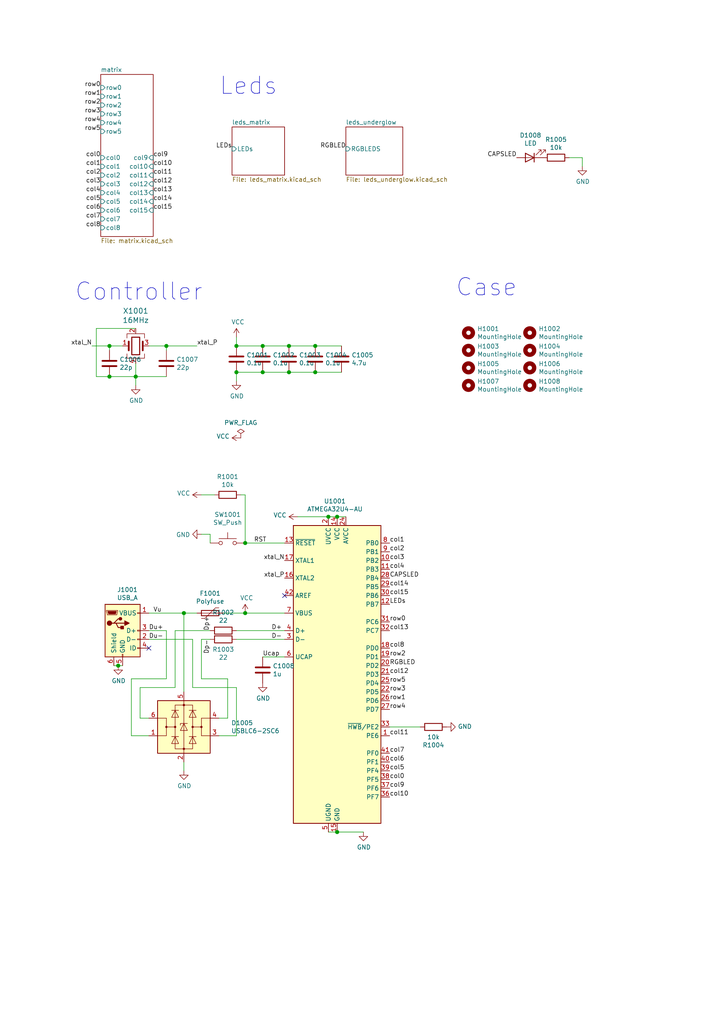
<source format=kicad_sch>
(kicad_sch (version 20211123) (generator eeschema)
  (paper "A4" portrait)
  (title_block (title "ValKey") (date "2019-08-16") (rev "0.2"))
  (lib_symbols
    (symbol "Connector:USB_B_Micro" (pin_names (offset 1.016))
      (property "Reference" "J" (at -5.08 11.43 0))
      (property "Value" "USB_B_Micro" (at -5.08 8.89 0))
      (symbol "USB_B_Micro_0_1"
        (rectangle (start -5.08 -7.62) (end 5.08 7.62) (stroke (width 0.254)) (fill (type background)))
        (circle (center -3.81 2.159) (radius 0.635) (stroke (width 0.254)) (fill (type outline)))
        (circle (center -0.635 3.429) (radius 0.381) (stroke (width 0.254)) (fill (type outline)))
        (rectangle (start -0.127 -7.62) (end 0.127 -6.858))
        (polyline (pts (xy -1.905 2.159) (xy 0.635 2.159)) (stroke (width 0.254)))
        (polyline (pts (xy -3.175 2.159) (xy -2.54 2.159) (xy -1.27 3.429) (xy -0.635 3.429)) (stroke (width 0.254)))
        (polyline (pts (xy -2.54 2.159) (xy -1.905 2.159) (xy -1.27 0.889) (xy 0 0.889)) (stroke (width 0.254)))
        (polyline (pts (xy 0.635 2.794) (xy 0.635 1.524) (xy 1.905 2.159) (xy 0.635 2.794)) (stroke (width 0.254)) (fill (type outline)))
        (polyline (pts (xy -4.318 5.588) (xy -1.778 5.588) (xy -2.032 4.826) (xy -4.064 4.826) (xy -4.318 5.588)) (fill (type outline)))
        (polyline (pts (xy -4.699 5.842) (xy -4.699 5.588) (xy -4.445 4.826) (xy -4.445 4.572) (xy -1.651 4.572) (xy -1.651 4.826) (xy -1.397 5.588) (xy -1.397 5.842) (xy -4.699 5.842)))
        (rectangle (start 0.254 1.27) (end -0.508 0.508) (stroke (width 0.254)) (fill (type outline)))
        (rectangle (start 5.08 -5.207) (end 4.318 -4.953))
        (rectangle (start 5.08 -2.667) (end 4.318 -2.413))
        (rectangle (start 5.08 -0.127) (end 4.318 0.127))
        (rectangle (start 5.08 4.953) (end 4.318 5.207))
      )
      (symbol "USB_B_Micro_1_1"
        (pin power_out line (at 7.62 5.08 180) (length 2.54) (name "VBUS") (number "1"))
        (pin bidirectional line (at 7.62 -2.54 180) (length 2.54) (name "D-") (number "2"))
        (pin bidirectional line (at 7.62 0 180) (length 2.54) (name "D+") (number "3"))
        (pin passive line (at 7.62 -5.08 180) (length 2.54) (name "ID") (number "4"))
        (pin power_out line (at 0 -10.16 90) (length 2.54) (name "GND") (number "5"))
        (pin passive line (at -2.54 -10.16 90) (length 2.54) (name "Shield") (number "6"))
      )
    )
    (symbol "Device:C" (pin_numbers hide) (pin_names (offset 0.254))
      (property "Reference" "C" (at 0.635 2.54 0))
      (property "Value" "C" (at 0.635 -2.54 0))
      (symbol "C_0_1"
        (polyline (pts (xy -2.032 -0.762) (xy 2.032 -0.762)) (stroke (width 0.508)))
        (polyline (pts (xy -2.032 0.762) (xy 2.032 0.762)) (stroke (width 0.508)))
      )
      (symbol "C_1_1"
        (pin passive line (at 0 3.81 270) (length 2.794) (name "~") (number "1"))
        (pin passive line (at 0 -3.81 90) (length 2.794) (name "~") (number "2"))
      )
    )
    (symbol "Device:Crystal_GND24" (pin_names (offset 1.016) hide)
      (property "Reference" "Y" (at 3.175 5.08 0))
      (property "Value" "Crystal_GND24" (at 3.175 3.175 0))
      (symbol "Crystal_GND24_0_1"
        (rectangle (start -1.143 2.54) (end 1.143 -2.54) (stroke (width 0.3048)))
        (polyline (pts (xy -2.54 0) (xy -2.032 0)))
        (polyline (pts (xy -2.032 -1.27) (xy -2.032 1.27)) (stroke (width 0.508)))
        (polyline (pts (xy 0 -3.81) (xy 0 -3.556)))
        (polyline (pts (xy 0 3.556) (xy 0 3.81)))
        (polyline (pts (xy 2.032 -1.27) (xy 2.032 1.27)) (stroke (width 0.508)))
        (polyline (pts (xy 2.032 0) (xy 2.54 0)))
        (polyline (pts (xy -2.54 -2.286) (xy -2.54 -3.556) (xy 2.54 -3.556) (xy 2.54 -2.286)))
        (polyline (pts (xy -2.54 2.286) (xy -2.54 3.556) (xy 2.54 3.556) (xy 2.54 2.286)))
      )
      (symbol "Crystal_GND24_1_1"
        (pin passive line (at -3.81 0 0) (length 1.27) (name "1") (number "1"))
        (pin passive line (at 0 5.08 270) (length 1.27) (name "2") (number "2"))
        (pin passive line (at 3.81 0 180) (length 1.27) (name "3") (number "3"))
        (pin passive line (at 0 -5.08 90) (length 1.27) (name "4") (number "4"))
      )
    )
    (symbol "Device:LED" (pin_numbers hide) (pin_names (offset 1.016) hide)
      (property "Reference" "D" (at 0 2.54 0))
      (property "Value" "LED" (at 0 -2.54 0))
      (symbol "LED_0_1"
        (polyline (pts (xy -1.27 -1.27) (xy -1.27 1.27)) (stroke (width 0.254)))
        (polyline (pts (xy -1.27 0) (xy 1.27 0)))
        (polyline (pts (xy 1.27 -1.27) (xy 1.27 1.27) (xy -1.27 0) (xy 1.27 -1.27)) (stroke (width 0.254)))
        (polyline (pts (xy -3.048 -0.762) (xy -4.572 -2.286) (xy -3.81 -2.286) (xy -4.572 -2.286) (xy -4.572 -1.524)))
        (polyline (pts (xy -1.778 -0.762) (xy -3.302 -2.286) (xy -2.54 -2.286) (xy -3.302 -2.286) (xy -3.302 -1.524)))
      )
      (symbol "LED_1_1"
        (pin passive line (at -3.81 0 0) (length 2.54) (name "K") (number "1"))
        (pin passive line (at 3.81 0 180) (length 2.54) (name "A") (number "2"))
      )
    )
    (symbol "Device:Polyfuse" (pin_numbers hide) (pin_names (offset 0))
      (property "Reference" "F" (at -2.54 0 90))
      (property "Value" "Polyfuse" (at 2.54 0 90))
      (symbol "Polyfuse_0_1"
        (rectangle (start -0.762 2.54) (end 0.762 -2.54) (stroke (width 0.254)))
        (polyline (pts (xy 0 2.54) (xy 0 -2.54)))
        (polyline (pts (xy -1.524 2.54) (xy -1.524 1.524) (xy 1.524 -1.524) (xy 1.524 -2.54)))
      )
      (symbol "Polyfuse_1_1"
        (pin passive line (at 0 3.81 270) (length 1.27) (name "~") (number "1"))
        (pin passive line (at 0 -3.81 90) (length 1.27) (name "~") (number "2"))
      )
    )
    (symbol "Device:R" (pin_numbers hide) (pin_names (offset 0))
      (property "Reference" "R" (at 2.032 0 90))
      (property "Value" "R" (at 0 0 90))
      (symbol "R_0_1"
        (rectangle (start -1.016 -2.54) (end 1.016 2.54) (stroke (width 0.254)))
      )
      (symbol "R_1_1"
        (pin passive line (at 0 3.81 270) (length 1.27) (name "~") (number "1"))
        (pin passive line (at 0 -3.81 90) (length 1.27) (name "~") (number "2"))
      )
    )
    (symbol "MCU_Microchip_ATmega:ATmega32U4-A"
      (property "Reference" "U" (at -12.7 44.45 0))
      (property "Value" "ATmega32U4-A" (at 2.54 -44.45 0))
      (symbol "ATmega32U4-A_0_1"
        (rectangle (start -12.7 -43.18) (end 12.7 43.18) (stroke (width 0.254)) (fill (type background)))
      )
      (symbol "ATmega32U4-A_1_1"
        (pin bidirectional line (at 15.24 -17.78 180) (length 2.54) (name "PE6") (number "1"))
        (pin bidirectional line (at 15.24 33.02 180) (length 2.54) (name "PB2") (number "10"))
        (pin bidirectional line (at 15.24 30.48 180) (length 2.54) (name "PB3") (number "11"))
        (pin bidirectional line (at 15.24 20.32 180) (length 2.54) (name "PB7") (number "12"))
        (pin input line (at -15.24 38.1 0) (length 2.54) (name "~{RESET}") (number "13"))
        (pin power_in line (at 0 45.72 270) (length 2.54) (name "VCC") (number "14"))
        (pin power_in line (at 0 -45.72 90) (length 2.54) (name "GND") (number "15"))
        (pin output line (at -15.24 27.94 0) (length 2.54) (name "XTAL2") (number "16"))
        (pin input line (at -15.24 33.02 0) (length 2.54) (name "XTAL1") (number "17"))
        (pin bidirectional line (at 15.24 7.62 180) (length 2.54) (name "PD0") (number "18"))
        (pin bidirectional line (at 15.24 5.08 180) (length 2.54) (name "PD1") (number "19"))
        (pin power_in line (at -2.54 45.72 270) (length 2.54) (name "UVCC") (number "2"))
        (pin bidirectional line (at 15.24 2.54 180) (length 2.54) (name "PD2") (number "20"))
        (pin bidirectional line (at 15.24 0 180) (length 2.54) (name "PD3") (number "21"))
        (pin bidirectional line (at 15.24 -5.08 180) (length 2.54) (name "PD5") (number "22"))
        (pin passive line (at 0 -45.72 90) (length 2.54) hide (name "GND") (number "23"))
        (pin power_in line (at 2.54 45.72 270) (length 2.54) (name "AVCC") (number "24"))
        (pin bidirectional line (at 15.24 -2.54 180) (length 2.54) (name "PD4") (number "25"))
        (pin bidirectional line (at 15.24 -7.62 180) (length 2.54) (name "PD6") (number "26"))
        (pin bidirectional line (at 15.24 -10.16 180) (length 2.54) (name "PD7") (number "27"))
        (pin bidirectional line (at 15.24 27.94 180) (length 2.54) (name "PB4") (number "28"))
        (pin bidirectional line (at 15.24 25.4 180) (length 2.54) (name "PB5") (number "29"))
        (pin bidirectional line (at -15.24 10.16 0) (length 2.54) (name "D-") (number "3"))
        (pin bidirectional line (at 15.24 22.86 180) (length 2.54) (name "PB6") (number "30"))
        (pin bidirectional line (at 15.24 15.24 180) (length 2.54) (name "PC6") (number "31"))
        (pin bidirectional line (at 15.24 12.7 180) (length 2.54) (name "PC7") (number "32"))
        (pin bidirectional line (at 15.24 -15.24 180) (length 2.54) (name "~{HWB}/PE2") (number "33"))
        (pin passive line (at 0 45.72 270) (length 2.54) hide (name "VCC") (number "34"))
        (pin passive line (at 0 -45.72 90) (length 2.54) hide (name "GND") (number "35"))
        (pin bidirectional line (at 15.24 -35.56 180) (length 2.54) (name "PF7") (number "36"))
        (pin bidirectional line (at 15.24 -33.02 180) (length 2.54) (name "PF6") (number "37"))
        (pin bidirectional line (at 15.24 -30.48 180) (length 2.54) (name "PF5") (number "38"))
        (pin bidirectional line (at 15.24 -27.94 180) (length 2.54) (name "PF4") (number "39"))
        (pin bidirectional line (at -15.24 12.7 0) (length 2.54) (name "D+") (number "4"))
        (pin bidirectional line (at 15.24 -25.4 180) (length 2.54) (name "PF1") (number "40"))
        (pin bidirectional line (at 15.24 -22.86 180) (length 2.54) (name "PF0") (number "41"))
        (pin passive line (at -15.24 22.86 0) (length 2.54) (name "AREF") (number "42"))
        (pin passive line (at 0 -45.72 90) (length 2.54) hide (name "GND") (number "43"))
        (pin passive line (at 2.54 45.72 270) (length 2.54) hide (name "AVCC") (number "44"))
        (pin passive line (at -2.54 -45.72 90) (length 2.54) (name "UGND") (number "5"))
        (pin passive line (at -15.24 5.08 0) (length 2.54) (name "UCAP") (number "6"))
        (pin input line (at -15.24 17.78 0) (length 2.54) (name "VBUS") (number "7"))
        (pin bidirectional line (at 15.24 38.1 180) (length 2.54) (name "PB0") (number "8"))
        (pin bidirectional line (at 15.24 35.56 180) (length 2.54) (name "PB1") (number "9"))
      )
    )
    (symbol "Mechanical:MountingHole" (pin_names (offset 1.016))
      (property "Reference" "H" (at 0 5.08 0))
      (property "Value" "MountingHole" (at 0 3.175 0))
      (symbol "MountingHole_0_1"
        (circle (center 0 0) (radius 1.27) (stroke (width 1.27)))
      )
    )
    (symbol "Power_Protection:USBLC6-2SC6" (pin_names hide)
      (property "Reference" "U" (at 2.54 8.89 0))
      (property "Value" "USBLC6-2SC6" (at 2.54 -8.89 0))
      (symbol "USBLC6-2SC6_0_1"
        (rectangle (start -7.62 -7.62) (end 7.62 7.62) (stroke (width 0.254)) (fill (type background)))
        (circle (center -5.08 0) (radius 0.254) (fill (type outline)))
        (circle (center -2.54 0) (radius 0.254) (fill (type outline)))
        (rectangle (start -2.54 6.35) (end 2.54 -6.35))
        (circle (center 0 -6.35) (radius 0.254) (fill (type outline)))
        (polyline (pts (xy -5.08 -2.54) (xy -7.62 -2.54)))
        (polyline (pts (xy -5.08 0) (xy -5.08 -2.54)))
        (polyline (pts (xy -5.08 2.54) (xy -7.62 2.54)))
        (polyline (pts (xy -1.524 -2.794) (xy -3.556 -2.794)))
        (polyline (pts (xy -1.524 4.826) (xy -3.556 4.826)))
        (polyline (pts (xy 0 -7.62) (xy 0 -6.35)))
        (polyline (pts (xy 0 -6.35) (xy 0 1.27)))
        (polyline (pts (xy 0 1.27) (xy 0 6.35)))
        (polyline (pts (xy 0 6.35) (xy 0 7.62)))
        (polyline (pts (xy 1.524 -2.794) (xy 3.556 -2.794)))
        (polyline (pts (xy 1.524 4.826) (xy 3.556 4.826)))
        (polyline (pts (xy 5.08 -2.54) (xy 7.62 -2.54)))
        (polyline (pts (xy 5.08 0) (xy 5.08 -2.54)))
        (polyline (pts (xy 5.08 2.54) (xy 7.62 2.54)))
        (polyline (pts (xy -2.54 0) (xy -5.08 0) (xy -5.08 2.54)))
        (polyline (pts (xy 2.54 0) (xy 5.08 0) (xy 5.08 2.54)))
        (polyline (pts (xy -3.556 -4.826) (xy -1.524 -4.826) (xy -2.54 -2.794) (xy -3.556 -4.826)))
        (polyline (pts (xy -3.556 2.794) (xy -1.524 2.794) (xy -2.54 4.826) (xy -3.556 2.794)))
        (polyline (pts (xy -1.016 -1.016) (xy 1.016 -1.016) (xy 0 1.016) (xy -1.016 -1.016)))
        (polyline (pts (xy 1.016 1.016) (xy 0.762 1.016) (xy -1.016 1.016) (xy -1.016 0.508)))
        (polyline (pts (xy 3.556 -4.826) (xy 1.524 -4.826) (xy 2.54 -2.794) (xy 3.556 -4.826)))
        (polyline (pts (xy 3.556 2.794) (xy 1.524 2.794) (xy 2.54 4.826) (xy 3.556 2.794)))
        (circle (center 0 6.35) (radius 0.254) (fill (type outline)))
        (circle (center 2.54 0) (radius 0.254) (fill (type outline)))
        (circle (center 5.08 0) (radius 0.254) (fill (type outline)))
      )
      (symbol "USBLC6-2SC6_1_1"
        (pin passive line (at -10.16 -2.54 0) (length 2.54) (name "I/O1") (number "1"))
        (pin passive line (at 0 -10.16 90) (length 2.54) (name "GND") (number "2"))
        (pin passive line (at 10.16 -2.54 180) (length 2.54) (name "I/O2") (number "3"))
        (pin passive line (at 10.16 2.54 180) (length 2.54) (name "I/O2") (number "4"))
        (pin passive line (at 0 10.16 270) (length 2.54) (name "VBUS") (number "5"))
        (pin passive line (at -10.16 2.54 0) (length 2.54) (name "I/O1") (number "6"))
      )
    )
    (symbol "Switch:SW_Push" (pin_numbers hide) (pin_names (offset 1.016) hide)
      (property "Reference" "SW" (at 1.27 2.54 0))
      (property "Value" "SW_Push" (at 0 -1.524 0))
      (symbol "SW_Push_0_1"
        (circle (center -2.032 0) (radius 0.508))
        (polyline (pts (xy 0 1.27) (xy 0 3.048)))
        (polyline (pts (xy 2.54 1.27) (xy -2.54 1.27)))
        (circle (center 2.032 0) (radius 0.508))
        (pin passive line (at -5.08 0 0) (length 2.54) (name "1") (number "1"))
        (pin passive line (at 5.08 0 180) (length 2.54) (name "2") (number "2"))
      )
    )
    (symbol "power:GND" (power) (pin_names (offset 0))
      (property "Value" "GND" (at 0 -3.81 0))
      (symbol "GND_0_1"
        (polyline (pts (xy 0 0) (xy 0 -1.27) (xy 1.27 -1.27) (xy 0 -2.54) (xy -1.27 -1.27) (xy 0 -1.27)))
      )
      (symbol "GND_1_1"
        (pin power_in line (at 0 0 270) (length 0) hide (name "GND") (number "1"))
      )
    )
    (symbol "power:PWR_FLAG" (power) (pin_numbers hide) (pin_names (offset 0) hide)
      (property "Value" "PWR_FLAG" (at 0 3.81 0))
      (symbol "PWR_FLAG_0_0"
        (pin power_out line (at 0 0 90) (length 0) (name "pwr") (number "1"))
      )
      (symbol "PWR_FLAG_0_1"
        (polyline (pts (xy 0 0) (xy 0 1.27) (xy -1.016 1.905) (xy 0 2.54) (xy 1.016 1.905) (xy 0 1.27)))
      )
    )
    (symbol "power:VCC" (power) (pin_names (offset 0))
      (property "Value" "VCC" (at 0 3.81 0))
      (symbol "VCC_0_1"
        (polyline (pts (xy -0.762 1.27) (xy 0 2.54)))
        (polyline (pts (xy 0 0) (xy 0 2.54)))
        (polyline (pts (xy 0 2.54) (xy 0.762 1.27)))
      )
      (symbol "VCC_1_1"
        (pin power_in line (at 0 0 90) (length 0) hide (name "VCC") (number "1"))
      )
    )
  )
  (junction (at 39.37 109.22) (diameter 1.016))
  (junction (at 95.25 149.86) (diameter 1.016))
  (junction (at 97.79 149.86) (diameter 1.016))
  (junction (at 76.2 107.95) (diameter 1.016))
  (junction (at 31.75 100.33) (diameter 1.016))
  (junction (at 83.82 107.95) (diameter 1.016))
  (junction (at 71.12 157.48) (diameter 1.016))
  (junction (at 34.29 193.04) (diameter 1.016))
  (junction (at 83.82 100.33) (diameter 1.016))
  (junction (at 76.2 100.33) (diameter 1.016))
  (junction (at 91.44 107.95) (diameter 1.016))
  (junction (at 71.12 177.8) (diameter 1.016))
  (junction (at 97.79 241.3) (diameter 1.016))
  (junction (at 31.75 109.22) (diameter 1.016))
  (junction (at 68.58 100.33) (diameter 1.016))
  (junction (at 48.26 100.33) (diameter 1.016))
  (junction (at 91.44 100.33) (diameter 1.016))
  (junction (at 53.34 177.8) (diameter 1.016))
  (junction (at 68.58 107.95) (diameter 1.016))
  (no_connect (at 43.18 187.96))
  (no_connect (at 82.55 172.72))
  (wire (pts (xy 76.2 100.33) (xy 83.82 100.33)))
  (wire (pts (xy 40.64 208.28) (xy 40.64 199.39)))
  (wire (pts (xy 63.5 208.28) (xy 66.04 208.28)))
  (wire (pts (xy 40.64 208.28) (xy 43.18 208.28)))
  (wire (pts (xy 76.2 107.95) (xy 68.58 107.95)))
  (wire (pts (xy 91.44 100.33) (xy 99.06 100.33)))
  (wire (pts (xy 58.42 196.85) (xy 66.04 196.85)))
  (wire (pts (xy 68.58 107.95) (xy 68.58 110.49)))
  (wire (pts (xy 95.25 241.3) (xy 97.79 241.3)))
  (wire (pts (xy 97.79 241.3) (xy 105.41 241.3)))
  (wire (pts (xy 71.12 157.48) (xy 82.55 157.48)))
  (wire (pts (xy 39.37 109.22) (xy 39.37 111.76)))
  (wire (pts (xy 50.8 182.88) (xy 60.96 182.88)))
  (wire (pts (xy 53.34 177.8) (xy 53.34 200.66)))
  (wire (pts (xy 68.58 185.42) (xy 82.55 185.42)))
  (wire (pts (xy 55.88 199.39) (xy 68.58 199.39)))
  (wire (pts (xy 34.29 193.04) (xy 35.56 193.04)))
  (wire (pts (xy 69.85 143.51) (xy 71.12 143.51)))
  (wire (pts (xy 83.82 107.95) (xy 76.2 107.95)))
  (wire (pts (xy 43.18 185.42) (xy 55.88 185.42)))
  (wire (pts (xy 40.64 199.39) (xy 50.8 199.39)))
  (wire (pts (xy 43.18 100.33) (xy 48.26 100.33)))
  (wire (pts (xy 113.03 210.82) (xy 121.92 210.82)))
  (wire (pts (xy 63.5 213.36) (xy 68.58 213.36)))
  (wire (pts (xy 48.26 100.33) (xy 48.26 101.6)))
  (wire (pts (xy 71.12 177.8) (xy 82.55 177.8)))
  (wire (pts (xy 83.82 100.33) (xy 91.44 100.33)))
  (wire (pts (xy 68.58 97.79) (xy 68.58 100.33)))
  (wire (pts (xy 99.06 107.95) (xy 91.44 107.95)))
  (wire (pts (xy 165.1 45.72) (xy 168.91 45.72)))
  (wire (pts (xy 58.42 196.85) (xy 58.42 185.42)))
  (wire (pts (xy 68.58 199.39) (xy 68.58 213.36)))
  (wire (pts (xy 48.26 196.85) (xy 38.1 196.85)))
  (wire (pts (xy 68.58 100.33) (xy 76.2 100.33)))
  (wire (pts (xy 71.12 143.51) (xy 71.12 157.48)))
  (wire (pts (xy 31.75 100.33) (xy 26.67 100.33)))
  (wire (pts (xy 76.2 190.5) (xy 82.55 190.5)))
  (wire (pts (xy 91.44 107.95) (xy 83.82 107.95)))
  (wire (pts (xy 55.88 199.39) (xy 55.88 185.42)))
  (wire (pts (xy 33.02 193.04) (xy 34.29 193.04)))
  (wire (pts (xy 168.91 45.72) (xy 168.91 48.26)))
  (wire (pts (xy 27.94 95.25) (xy 27.94 109.22)))
  (wire (pts (xy 60.96 157.48) (xy 60.96 154.94)))
  (wire (pts (xy 38.1 196.85) (xy 38.1 213.36)))
  (wire (pts (xy 66.04 208.28) (xy 66.04 196.85)))
  (wire (pts (xy 39.37 109.22) (xy 48.26 109.22)))
  (wire (pts (xy 43.18 177.8) (xy 53.34 177.8)))
  (wire (pts (xy 48.26 100.33) (xy 57.15 100.33)))
  (wire (pts (xy 39.37 109.22) (xy 31.75 109.22)))
  (wire (pts (xy 48.26 182.88) (xy 48.26 196.85)))
  (wire (pts (xy 43.18 182.88) (xy 48.26 182.88)))
  (wire (pts (xy 53.34 177.8) (xy 57.15 177.8)))
  (wire (pts (xy 39.37 95.25) (xy 27.94 95.25)))
  (wire (pts (xy 64.77 177.8) (xy 71.12 177.8)))
  (wire (pts (xy 27.94 109.22) (xy 31.75 109.22)))
  (wire (pts (xy 58.42 185.42) (xy 60.96 185.42)))
  (wire (pts (xy 86.36 149.86) (xy 95.25 149.86)))
  (wire (pts (xy 95.25 149.86) (xy 97.79 149.86)))
  (wire (pts (xy 97.79 149.86) (xy 100.33 149.86)))
  (wire (pts (xy 39.37 105.41) (xy 39.37 109.22)))
  (wire (pts (xy 31.75 100.33) (xy 35.56 100.33)))
  (wire (pts (xy 58.42 143.51) (xy 62.23 143.51)))
  (wire (pts (xy 53.34 220.98) (xy 53.34 223.52)))
  (wire (pts (xy 50.8 182.88) (xy 50.8 199.39)))
  (wire (pts (xy 60.96 154.94) (xy 58.42 154.94)))
  (wire (pts (xy 31.75 100.33) (xy 31.75 101.6)))
  (wire (pts (xy 38.1 213.36) (xy 43.18 213.36)))
  (wire (pts (xy 68.58 182.88) (xy 82.55 182.88)))
  (text "Controller" (at 21.59 87.63 0) (effects (font (size 5.0038 5.0038)) (justify left bottom)))
  (text "Leds\n" (at 63.5 27.94 0) (effects (font (size 5.0038 5.0038)) (justify left bottom)))
  (text "Case" (at 132.08 86.36 0) (effects (font (size 5.0038 5.0038)) (justify left bottom)))
  (label "row0" (at 29.21 25.4 180))
  (label "col10" (at 44.45 48.26 0))
  (label "Du-" (at 43.18 185.42 0))
  (label "col2" (at 29.21 50.8 180))
  (label "CAPSLED" (at 113.03 167.64 0))
  (label "col15" (at 113.03 172.72 0))
  (label "row3" (at 29.21 33.02 180))
  (label "LEDs" (at 67.31 43.18 180))
  (label "row4" (at 113.03 205.74 0))
  (label "col0" (at 113.03 226.06 0))
  (label "col0" (at 29.21 45.72 180))
  (label "col6" (at 113.03 220.98 0))
  (label "LEDs" (at 113.03 175.26 0))
  (label "Ucap" (at 76.2 190.5 0))
  (label "col7" (at 113.03 218.44 0))
  (label "row2" (at 113.03 190.5 0))
  (label "Du+" (at 43.18 182.88 0))
  (label "row0" (at 113.03 180.34 0))
  (label "col13" (at 113.03 182.88 0))
  (label "col12" (at 44.45 53.34 0))
  (label "col5" (at 29.21 58.42 180))
  (label "col1" (at 113.03 157.48 0))
  (label "xtal_N" (at 82.55 162.56 180))
  (label "col15" (at 44.45 60.96 0))
  (label "col10" (at 113.03 231.14 0))
  (label "col11" (at 113.03 213.36 0))
  (label "Vu" (at 44.45 177.8 0))
  (label "D-" (at 78.74 185.42 0))
  (label "col9" (at 44.45 45.72 0))
  (label "col3" (at 29.21 53.34 180))
  (label "RGBLED" (at 113.03 193.04 0))
  (label "col12" (at 113.03 195.58 0))
  (label "row5" (at 29.21 38.1 180))
  (label "row2" (at 29.21 30.48 180))
  (label "col9" (at 113.03 228.6 0))
  (label "row1" (at 29.21 27.94 180))
  (label "col8" (at 29.21 66.04 180))
  (label "col8" (at 113.03 187.96 0))
  (label "col13" (at 44.45 55.88 0))
  (label "col11" (at 44.45 50.8 0))
  (label "row4" (at 29.21 35.56 180))
  (label "col14" (at 113.03 170.18 0))
  (label "col4" (at 113.03 165.1 0))
  (label "RST" (at 73.66 157.48 0))
  (label "Dp+" (at 60.96 182.88 90))
  (label "row3" (at 113.03 200.66 0))
  (label "row1" (at 113.03 203.2 0))
  (label "col4" (at 29.21 55.88 180))
  (label "RGBLED" (at 100.33 43.18 180))
  (label "D+" (at 78.74 182.88 0))
  (label "CAPSLED" (at 149.86 45.72 180))
  (label "col1" (at 29.21 48.26 180))
  (label "col3" (at 113.03 162.56 0))
  (label "col6" (at 29.21 60.96 180))
  (label "Dp-" (at 60.96 185.42 270))
  (label "col5" (at 113.03 223.52 0))
  (label "xtal_P" (at 57.15 100.33 0))
  (label "xtal_P" (at 82.55 167.64 180))
  (label "row5" (at 113.03 198.12 0))
  (label "xtal_N" (at 26.67 100.33 180))
  (label "col14" (at 44.45 58.42 0))
  (label "col7" (at 29.21 63.5 180))
  (label "col2" (at 113.03 160.02 0))
  (symbol (lib_id "MCU_Microchip_ATmega:ATmega32U4-A") (at 97.79 195.58 0) (unit 1)
    (property "Reference" "U1001" (at 97.155 145.3388 0))
    (property "Value" "ATMEGA32U4-AU" (at 97.155 147.6502 0))
    (property "Footprint" "Package_QFP:TQFP-44_10x10mm_P0.8mm" (effects hide))
    (property "Datasheet" "http://ww1.microchip.com/downloads/en/DeviceDoc/Atmel-7766-8-bit-AVR-ATmega16U4-32U4_Datasheet.pdf" (effects hide))
    (property "PartNr" "C44854" (effects hide))
  )
  (symbol (lib_id "power:VCC") (at 68.58 97.79 0) (unit 1)
    (property "Reference" "#PWR01001" (effects hide))
    (property "Value" "VCC" (at 69.0118 93.3958 0))
  )
  (symbol (lib_id "Device:Crystal_GND24") (at 39.37 100.33 0) (unit 1)
    (property "Reference" "X1001" (at 39.37 90.17 0) (effects (font (size 1.524 1.524))))
    (property "Value" "16MHz" (at 39.37 92.8624 0) (effects (font (size 1.524 1.524))))
    (property "Footprint" "Crystal:Crystal_SMD_3225-4Pin_3.2x2.5mm" (effects hide))
    (property "Datasheet" "https://datasheet.lcsc.com/szlcsc/Zhejiang-Abel-Elec-SMD-3225-4P16M12pf10ppm_C133336.pdf" (effects hide))
    (property "PartNr" "C133336" (effects hide))
  )
  (symbol (lib_id "Device:C") (at 48.26 105.41 0) (unit 1)
    (property "Reference" "C1007" (at 51.181 104.2416 0) (effects (justify left)))
    (property "Value" "22p" (at 51.181 106.553 0) (effects (justify left)))
    (property "Footprint" "Capacitor_SMD:C_0603_1608Metric" (effects hide))
  )
  (symbol (lib_id "Device:C") (at 31.75 105.41 0) (unit 1)
    (property "Reference" "C1006" (at 34.671 104.2416 0) (effects (justify left)))
    (property "Value" "22p" (at 34.671 106.553 0) (effects (justify left)))
    (property "Footprint" "Capacitor_SMD:C_0603_1608Metric" (effects hide))
  )
  (symbol (lib_id "Connector:USB_B_Micro") (at 35.56 182.88 0) (unit 1)
    (property "Reference" "J1001" (at 36.957 171.0182 0))
    (property "Value" "USB_A" (at 36.957 173.3296 0))
    (property "Footprint" "Personal:USB_Micro_B_Female_BI0001715" (effects hide))
  )
  (symbol (lib_id "Device:R") (at 64.77 182.88 270) (unit 1)
    (property "Reference" "R1002" (at 64.77 177.6222 90))
    (property "Value" "22" (at 64.77 179.9336 90))
    (property "Footprint" "Resistor_SMD:R_0603_1608Metric" (effects hide))
  )
  (symbol (lib_id "Device:R") (at 64.77 185.42 270) (unit 1)
    (property "Reference" "R1003" (at 64.77 188.341 90))
    (property "Value" "22" (at 64.77 190.6524 90))
    (property "Footprint" "Resistor_SMD:R_0603_1608Metric" (effects hide))
  )
  (symbol (lib_id "Device:C") (at 76.2 194.31 0) (unit 1)
    (property "Reference" "C1008" (at 79.121 193.1416 0) (effects (justify left)))
    (property "Value" "1u" (at 79.121 195.453 0) (effects (justify left)))
    (property "Footprint" "Capacitor_SMD:C_0603_1608Metric" (effects hide))
  )
  (symbol (lib_id "Device:R") (at 125.73 210.82 90) (unit 1)
    (property "Reference" "R1004" (at 125.73 216.0778 90))
    (property "Value" "10k" (at 125.73 213.7664 90))
    (property "Footprint" "Resistor_SMD:R_0603_1608Metric" (effects hide))
  )
  (symbol (lib_id "power:GND") (at 129.54 210.82 90) (unit 1)
    (property "Reference" "#PWR01012" (effects hide))
    (property "Value" "GND" (at 132.7912 210.693 90) (effects (justify right)))
  )
  (symbol (lib_id "power:GND") (at 68.58 110.49 0) (unit 1)
    (property "Reference" "#PWR01002" (effects hide))
    (property "Value" "GND" (at 68.707 114.8842 0))
  )
  (symbol (lib_id "Device:C") (at 68.58 104.14 0) (unit 1)
    (property "Reference" "C1001" (at 71.501 102.9716 0) (effects (justify left)))
    (property "Value" "0.1u" (at 71.501 105.283 0) (effects (justify left)))
    (property "Footprint" "Capacitor_SMD:C_0603_1608Metric" (effects hide))
  )
  (symbol (lib_id "Device:C") (at 76.2 104.14 0) (unit 1)
    (property "Reference" "C1002" (at 79.121 102.9716 0) (effects (justify left)))
    (property "Value" "0.1u" (at 79.121 105.283 0) (effects (justify left)))
    (property "Footprint" "Capacitor_SMD:C_0603_1608Metric" (effects hide))
  )
  (symbol (lib_id "Device:C") (at 83.82 104.14 0) (unit 1)
    (property "Reference" "C1003" (at 86.741 102.9716 0) (effects (justify left)))
    (property "Value" "0.1u" (at 86.741 105.283 0) (effects (justify left)))
    (property "Footprint" "Capacitor_SMD:C_0603_1608Metric" (effects hide))
  )
  (symbol (lib_id "Device:C") (at 91.44 104.14 0) (unit 1)
    (property "Reference" "C1004" (at 94.361 102.9716 0) (effects (justify left)))
    (property "Value" "0.1u" (at 94.361 105.283 0) (effects (justify left)))
    (property "Footprint" "Capacitor_SMD:C_0603_1608Metric" (effects hide))
  )
  (symbol (lib_id "Device:C") (at 99.06 104.14 0) (unit 1)
    (property "Reference" "C1005" (at 101.981 102.9716 0) (effects (justify left)))
    (property "Value" "4.7u" (at 101.981 105.283 0) (effects (justify left)))
    (property "Footprint" "Capacitor_SMD:C_0603_1608Metric" (effects hide))
  )
  (symbol (lib_id "power:VCC") (at 58.42 143.51 90) (unit 1)
    (property "Reference" "#PWR01005" (effects hide))
    (property "Value" "VCC" (at 55.1942 143.0528 90) (effects (justify left)))
  )
  (symbol (lib_id "power:GND") (at 58.42 154.94 270) (unit 1)
    (property "Reference" "#PWR01007" (effects hide))
    (property "Value" "GND" (at 55.1688 155.067 90) (effects (justify right)))
  )
  (symbol (lib_id "Switch:SW_Push") (at 66.04 157.48 0) (unit 1)
    (property "Reference" "SW1001" (at 66.04 149.225 0))
    (property "Value" "SW_Push" (at 66.04 151.5364 0))
    (property "Footprint" "Button_Switch_SMD:SW_SPST_SKQG_WithStem" (effects hide))
  )
  (symbol (lib_id "Device:R") (at 66.04 143.51 270) (unit 1)
    (property "Reference" "R1001" (at 66.04 138.2522 90))
    (property "Value" "10k" (at 66.04 140.5636 90))
    (property "Footprint" "Resistor_SMD:R_0603_1608Metric" (effects hide))
  )
  (symbol (lib_id "power:GND") (at 34.29 193.04 0) (unit 1)
    (property "Reference" "#PWR01009" (effects hide))
    (property "Value" "GND" (at 34.417 197.4342 0))
  )
  (symbol (lib_id "power:GND") (at 76.2 198.12 0) (unit 1)
    (property "Reference" "#PWR01011" (effects hide))
    (property "Value" "GND" (at 76.327 202.5142 0))
  )
  (symbol (lib_id "power:GND") (at 39.37 111.76 0) (unit 1)
    (property "Reference" "#PWR01003" (effects hide))
    (property "Value" "GND" (at 39.497 116.1542 0))
  )
  (symbol (lib_id "power:GND") (at 105.41 241.3 0) (unit 1)
    (property "Reference" "#PWR01015" (effects hide))
    (property "Value" "GND" (at 105.537 245.6942 0))
  )
  (symbol (lib_id "power:VCC") (at 86.36 149.86 90) (unit 1)
    (property "Reference" "#PWR01006" (effects hide))
    (property "Value" "VCC" (at 83.1342 149.4028 90) (effects (justify left)))
  )
  (symbol (lib_id "Power_Protection:USBLC6-2SC6") (at 53.34 210.82 0) (unit 1)
    (property "Reference" "D1005" (at 67.0814 209.6516 0) (effects (justify left)))
    (property "Value" "USBLC6-2SC6 " (at 67.0814 211.963 0) (effects (justify left)))
    (property "Footprint" "Package_TO_SOT_SMD:SOT-23-6" (effects hide))
    (property "Datasheet" "https://datasheet.lcsc.com/szlcsc/STMicroelectronics-USBLC6-2SC6_C7519.pdf" (effects hide))
    (property "PartNr" "C7519" (effects hide))
  )
  (symbol (lib_id "power:GND") (at 53.34 223.52 0) (unit 1)
    (property "Reference" "#PWR01014" (effects hide))
    (property "Value" "GND" (at 53.467 227.9142 0))
  )
  (symbol (lib_id "power:VCC") (at 71.12 177.8 0) (unit 1)
    (property "Reference" "#PWR01008" (effects hide))
    (property "Value" "VCC" (at 71.5518 173.4058 0))
  )
  (symbol (lib_id "power:PWR_FLAG") (at 69.85 127 0) (unit 1)
    (property "Reference" "#FLG01001" (effects hide))
    (property "Value" "PWR_FLAG" (at 69.85 122.5804 0))
  )
  (symbol (lib_id "power:VCC") (at 69.85 127 90) (unit 1)
    (property "Reference" "#PWR01004" (effects hide))
    (property "Value" "VCC" (at 66.6242 126.5428 90) (effects (justify left)))
  )
  (symbol (lib_id "Device:Polyfuse") (at 60.96 177.8 270) (unit 1)
    (property "Reference" "F1001" (at 60.96 172.085 90))
    (property "Value" "Polyfuse" (at 60.96 174.3964 90))
    (property "Footprint" "Resistor_SMD:R_0603_1608Metric" (effects hide))
    (property "Datasheet" "https://datasheet.lcsc.com/szlcsc/TLC-Electronic-TLC-PSMD050_C261942.pdf" (effects hide))
    (property "PartNr" "C261942" (effects hide))
  )
  (symbol (lib_id "Device:LED") (at 153.67 45.72 180) (unit 1)
    (property "Reference" "D1008" (at 153.8732 39.243 0))
    (property "Value" "LED" (at 153.8732 41.5544 0))
    (property "Footprint" "LED_SMD:LED_1206_3216Metric_Castellated" (effects hide))
    (property "Datasheet" "https://datasheet.lcsc.com/szlcsc/Hongli-Zhihui-HONGLITRONIC-HL-PC-3216H233W-6000-7000K_C219234.pdf" (effects hide))
    (property "PartNr" "C219234" (effects hide))
  )
  (symbol (lib_id "Device:R") (at 161.29 45.72 270) (unit 1)
    (property "Reference" "R1005" (at 161.29 40.4622 90))
    (property "Value" "10k" (at 161.29 42.7736 90))
    (property "Footprint" "Resistor_SMD:R_0603_1608Metric" (effects hide))
  )
  (symbol (lib_id "power:GND") (at 168.91 48.26 0) (unit 1)
    (property "Reference" "#PWR01016" (effects hide))
    (property "Value" "GND" (at 169.037 52.6542 0))
  )
  (symbol (lib_id "Mechanical:MountingHole") (at 135.89 96.52 0) (unit 1)
    (property "Reference" "H1001" (at 138.43 95.3516 0) (effects (justify left)))
    (property "Value" "MountingHole" (at 138.43 97.663 0) (effects (justify left)))
    (property "Footprint" "MountingHole:MountingHole_3.2mm_M3_DIN965" (effects hide))
  )
  (symbol (lib_id "Mechanical:MountingHole") (at 153.67 96.52 0) (unit 1)
    (property "Reference" "H1002" (at 156.21 95.3516 0) (effects (justify left)))
    (property "Value" "MountingHole" (at 156.21 97.663 0) (effects (justify left)))
    (property "Footprint" "MountingHole:MountingHole_3.2mm_M3_DIN965" (effects hide))
  )
  (symbol (lib_id "Mechanical:MountingHole") (at 135.89 101.6 0) (unit 1)
    (property "Reference" "H1003" (at 138.43 100.4316 0) (effects (justify left)))
    (property "Value" "MountingHole" (at 138.43 102.743 0) (effects (justify left)))
    (property "Footprint" "MountingHole:MountingHole_3.2mm_M3_DIN965" (effects hide))
  )
  (symbol (lib_id "Mechanical:MountingHole") (at 153.67 101.6 0) (unit 1)
    (property "Reference" "H1004" (at 156.21 100.4316 0) (effects (justify left)))
    (property "Value" "MountingHole" (at 156.21 102.743 0) (effects (justify left)))
    (property "Footprint" "MountingHole:MountingHole_3.2mm_M3_DIN965" (effects hide))
  )
  (symbol (lib_id "Mechanical:MountingHole") (at 135.89 106.68 0) (unit 1)
    (property "Reference" "H1005" (at 138.43 105.5116 0) (effects (justify left)))
    (property "Value" "MountingHole" (at 138.43 107.823 0) (effects (justify left)))
    (property "Footprint" "MountingHole:MountingHole_3.2mm_M3_DIN965" (effects hide))
  )
  (symbol (lib_id "Mechanical:MountingHole") (at 153.67 106.68 0) (unit 1)
    (property "Reference" "H1006" (at 156.21 105.5116 0) (effects (justify left)))
    (property "Value" "MountingHole" (at 156.21 107.823 0) (effects (justify left)))
    (property "Footprint" "MountingHole:MountingHole_3.2mm_M3_DIN965" (effects hide))
  )
  (symbol (lib_id "Mechanical:MountingHole") (at 135.89 111.76 0) (unit 1)
    (property "Reference" "H1007" (at 138.43 110.5916 0) (effects (justify left)))
    (property "Value" "MountingHole" (at 138.43 112.903 0) (effects (justify left)))
    (property "Footprint" "MountingHole:MountingHole_3.2mm_M3_DIN965" (effects hide))
  )
  (symbol (lib_id "Mechanical:MountingHole") (at 153.67 111.76 0) (unit 1)
    (property "Reference" "H1008" (at 156.21 110.5916 0) (effects (justify left)))
    (property "Value" "MountingHole" (at 156.21 112.903 0) (effects (justify left)))
    (property "Footprint" "MountingHole:MountingHole_3.2mm_M3_DIN965" (effects hide))
  )
  (sheet (at 29.21 21.59) (size 15.24 46.99)
    (property "Sheet name" "matrix" (at 29.21 20.9543 0) (effects (justify left bottom)))
    (property "Sheet file" "matrix.kicad_sch" (at 29.21 69.0887 0) (effects (justify left top)))
    (pin "row0" input (at 29.21 25.4 180))
    (pin "row1" input (at 29.21 27.94 180))
    (pin "row2" input (at 29.21 30.48 180))
    (pin "row3" input (at 29.21 33.02 180))
    (pin "row4" input (at 29.21 35.56 180))
    (pin "row5" input (at 29.21 38.1 180))
    (pin "col0" input (at 29.21 45.72 180))
    (pin "col1" input (at 29.21 48.26 180))
    (pin "col2" input (at 29.21 50.8 180))
    (pin "col3" input (at 29.21 53.34 180))
    (pin "col4" input (at 29.21 55.88 180))
    (pin "col5" input (at 29.21 58.42 180))
    (pin "col6" input (at 29.21 60.96 180))
    (pin "col7" input (at 29.21 63.5 180))
    (pin "col8" input (at 29.21 66.04 180))
    (pin "col9" input (at 44.45 45.72 0))
    (pin "col10" input (at 44.45 48.26 0))
    (pin "col11" input (at 44.45 50.8 0))
    (pin "col12" input (at 44.45 53.34 0))
    (pin "col13" input (at 44.45 55.88 0))
    (pin "col14" input (at 44.45 58.42 0))
    (pin "col15" input (at 44.45 60.96 0))
  )
  (sheet (at 67.31 36.83) (size 15.24 13.97)
    (property "Sheet name" "leds_matrix" (at 67.31 36.1943 0) (effects (justify left bottom)))
    (property "Sheet file" "leds_matrix.kicad_sch" (at 67.31 51.3087 0) (effects (justify left top)))
    (pin "LEDs" input (at 67.31 43.18 180))
  )
  (sheet (at 100.33 36.83) (size 16.51 13.97)
    (property "Sheet name" "leds_underglow" (at 100.33 36.1943 0) (effects (justify left bottom)))
    (property "Sheet file" "leds_underglow.kicad_sch" (at 100.33 51.3087 0) (effects (justify left top)))
    (pin "RGBLEDS" input (at 100.33 43.18 180))
  )
)
</source>
